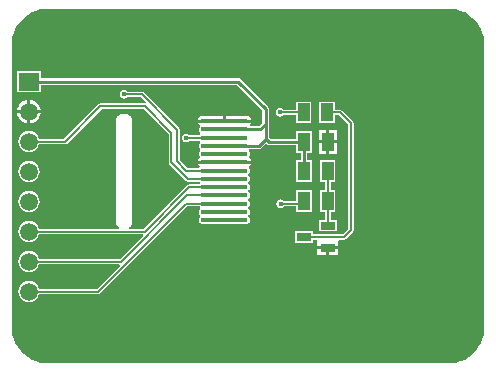
<source format=gbl>
G04*
G04 #@! TF.GenerationSoftware,Altium Limited,Altium Designer,20.0.13 (296)*
G04*
G04 Layer_Physical_Order=2*
G04 Layer_Color=16711680*
%FSLAX24Y24*%
%MOIN*%
G70*
G01*
G75*
%ADD11C,0.0100*%
%ADD15C,0.0060*%
%ADD16C,0.0591*%
%ADD17R,0.0669X0.0591*%
%ADD18C,0.0160*%
%ADD19O,0.1575X0.0157*%
%ADD20R,0.0394X0.0610*%
%ADD21R,0.0492X0.0276*%
G36*
X14798Y11791D02*
X14947Y11751D01*
X15090Y11691D01*
X15225Y11614D01*
X15347Y11520D01*
X15457Y11410D01*
X15551Y11288D01*
X15628Y11153D01*
X15688Y11010D01*
X15728Y10861D01*
X15748Y10707D01*
Y10630D01*
X15748D01*
Y1181D01*
Y1104D01*
X15728Y950D01*
X15688Y801D01*
X15628Y658D01*
X15551Y524D01*
X15457Y401D01*
X15347Y291D01*
X15225Y197D01*
X15090Y120D01*
X14947Y60D01*
X14798Y20D01*
X14644Y0D01*
X1104D01*
X950Y20D01*
X801Y60D01*
X658Y120D01*
X524Y197D01*
X401Y291D01*
X291Y401D01*
X197Y524D01*
X120Y658D01*
X60Y801D01*
X20Y950D01*
X0Y1104D01*
Y1181D01*
Y10630D01*
X-0Y10707D01*
X20Y10861D01*
X60Y11010D01*
X120Y11153D01*
X197Y11288D01*
X291Y11410D01*
X401Y11520D01*
X524Y11614D01*
X658Y11691D01*
X801Y11751D01*
X950Y11791D01*
X1104Y11811D01*
X14644D01*
X14798Y11791D01*
D02*
G37*
%LPC*%
G36*
X3740Y9099D02*
X3686Y9089D01*
X3639Y9058D01*
X3608Y9011D01*
X3597Y8957D01*
X3608Y8902D01*
X3639Y8856D01*
X3686Y8825D01*
X3740Y8814D01*
X3795Y8825D01*
X3841Y8856D01*
X3847Y8865D01*
X4293D01*
X4458Y8700D01*
X4433Y8654D01*
X4429Y8655D01*
X2953D01*
X2918Y8648D01*
X2888Y8628D01*
X1738Y7478D01*
X917D01*
X917Y7479D01*
X881Y7565D01*
X824Y7639D01*
X750Y7696D01*
X664Y7732D01*
X571Y7744D01*
X478Y7732D01*
X392Y7696D01*
X317Y7639D01*
X261Y7565D01*
X225Y7479D01*
X213Y7386D01*
X225Y7293D01*
X261Y7207D01*
X317Y7132D01*
X392Y7075D01*
X478Y7040D01*
X571Y7027D01*
X664Y7040D01*
X750Y7075D01*
X824Y7132D01*
X881Y7207D01*
X917Y7293D01*
X917Y7294D01*
X1776D01*
X1811Y7301D01*
X1840Y7321D01*
X2991Y8471D01*
X4391D01*
X5223Y7639D01*
Y6693D01*
X5230Y6658D01*
X5250Y6628D01*
X5801Y6077D01*
X5831Y6057D01*
X5866Y6050D01*
X6272D01*
X6278Y6042D01*
X6278Y5989D01*
X6246Y5958D01*
X5906D01*
X5871Y5951D01*
X5841Y5931D01*
X4387Y4478D01*
X3925D01*
X3920Y4491D01*
X3916Y4528D01*
X3954Y4553D01*
X3957Y4558D01*
X3964Y4561D01*
X3983Y4580D01*
X3983Y4580D01*
X4002Y4626D01*
X4002Y8169D01*
X3983Y8215D01*
X3964Y8235D01*
X3957Y8237D01*
X3954Y8243D01*
X3908Y8273D01*
X3902Y8274D01*
X3897Y8279D01*
X3846Y8300D01*
X3840D01*
X3834Y8304D01*
X3780Y8315D01*
X3774Y8313D01*
X3768Y8316D01*
X3713Y8316D01*
X3707Y8313D01*
X3700Y8315D01*
X3646Y8304D01*
X3641Y8300D01*
X3634D01*
X3583Y8279D01*
X3579Y8274D01*
X3572Y8273D01*
X3527Y8243D01*
X3523Y8237D01*
X3517Y8235D01*
X3497Y8215D01*
X3478Y8169D01*
X3478Y8169D01*
X3478Y4626D01*
X3497Y4580D01*
X3517Y4561D01*
X3523Y4558D01*
X3527Y4553D01*
X3564Y4528D01*
X3561Y4491D01*
X3556Y4478D01*
X917D01*
X917Y4479D01*
X881Y4565D01*
X824Y4639D01*
X750Y4696D01*
X664Y4732D01*
X571Y4744D01*
X478Y4732D01*
X392Y4696D01*
X317Y4639D01*
X261Y4565D01*
X225Y4479D01*
X213Y4386D01*
X225Y4293D01*
X261Y4207D01*
X317Y4132D01*
X392Y4076D01*
X478Y4040D01*
X571Y4027D01*
X664Y4040D01*
X750Y4076D01*
X824Y4132D01*
X881Y4207D01*
X917Y4293D01*
X917Y4294D01*
X4359D01*
X4380Y4244D01*
X3614Y3478D01*
X917D01*
X917Y3479D01*
X881Y3565D01*
X824Y3639D01*
X750Y3696D01*
X664Y3732D01*
X571Y3744D01*
X478Y3732D01*
X392Y3696D01*
X317Y3639D01*
X261Y3565D01*
X225Y3479D01*
X213Y3386D01*
X225Y3293D01*
X261Y3207D01*
X317Y3132D01*
X392Y3076D01*
X478Y3040D01*
X571Y3027D01*
X664Y3040D01*
X750Y3076D01*
X824Y3132D01*
X881Y3207D01*
X917Y3293D01*
X917Y3294D01*
X3586D01*
X3606Y3244D01*
X2840Y2478D01*
X917D01*
X917Y2479D01*
X881Y2565D01*
X824Y2639D01*
X750Y2696D01*
X664Y2732D01*
X571Y2744D01*
X478Y2732D01*
X392Y2696D01*
X317Y2639D01*
X261Y2565D01*
X225Y2479D01*
X213Y2386D01*
X225Y2293D01*
X261Y2207D01*
X317Y2132D01*
X392Y2075D01*
X478Y2040D01*
X571Y2027D01*
X664Y2040D01*
X750Y2075D01*
X824Y2132D01*
X881Y2207D01*
X917Y2293D01*
X917Y2294D01*
X2878D01*
X2913Y2301D01*
X2943Y2321D01*
X5845Y5223D01*
X6272D01*
X6278Y5215D01*
X6289Y5207D01*
Y5147D01*
X6278Y5139D01*
X6247Y5094D01*
X6236Y5039D01*
X6247Y4985D01*
X6278Y4939D01*
X6289Y4932D01*
Y4872D01*
X6278Y4864D01*
X6247Y4818D01*
X6236Y4764D01*
X6247Y4710D01*
X6278Y4664D01*
X6324Y4633D01*
X6378Y4622D01*
X7795D01*
X7849Y4633D01*
X7895Y4664D01*
X7926Y4710D01*
X7937Y4764D01*
X7926Y4818D01*
X7895Y4864D01*
X7884Y4872D01*
Y4932D01*
X7895Y4939D01*
X7926Y4985D01*
X7937Y5039D01*
X7926Y5094D01*
X7895Y5139D01*
X7884Y5147D01*
Y5207D01*
X7895Y5215D01*
X7926Y5261D01*
X7937Y5315D01*
X7926Y5369D01*
X7895Y5415D01*
X7884Y5423D01*
Y5483D01*
X7895Y5491D01*
X7926Y5536D01*
X7937Y5591D01*
X7926Y5645D01*
X7895Y5691D01*
X7884Y5698D01*
Y5758D01*
X7895Y5766D01*
X7926Y5812D01*
X7937Y5866D01*
X7926Y5920D01*
X7895Y5966D01*
X7884Y5974D01*
Y6034D01*
X7895Y6042D01*
X7926Y6088D01*
X7937Y6142D01*
X7926Y6196D01*
X7895Y6242D01*
X7884Y6249D01*
Y6310D01*
X7895Y6317D01*
X7926Y6363D01*
X7937Y6417D01*
X7926Y6471D01*
X7910Y6495D01*
X7916Y6559D01*
X7924Y6564D01*
X7964Y6623D01*
X7968Y6643D01*
X6206D01*
X6210Y6623D01*
X6249Y6564D01*
X6257Y6559D01*
X6241Y6509D01*
X5855D01*
X5604Y6760D01*
Y7776D01*
X5597Y7811D01*
X5577Y7840D01*
X4396Y9022D01*
X4366Y9041D01*
X4331Y9048D01*
X3847D01*
X3841Y9058D01*
X3795Y9089D01*
X3740Y9099D01*
D02*
G37*
G36*
X9981Y8721D02*
X9468D01*
Y8448D01*
X9044D01*
X9038Y8457D01*
X8992Y8488D01*
X8937Y8499D01*
X8882Y8488D01*
X8836Y8457D01*
X8805Y8411D01*
X8794Y8356D01*
X8805Y8302D01*
X8836Y8255D01*
X8882Y8224D01*
X8937Y8214D01*
X8992Y8224D01*
X9038Y8255D01*
X9044Y8265D01*
X9468D01*
Y7991D01*
X9981D01*
Y8721D01*
D02*
G37*
G36*
X621Y8778D02*
Y8436D01*
X963D01*
X956Y8489D01*
X916Y8585D01*
X853Y8668D01*
X770Y8731D01*
X674Y8771D01*
X621Y8778D01*
D02*
G37*
G36*
X521D02*
X468Y8771D01*
X372Y8731D01*
X289Y8668D01*
X226Y8585D01*
X186Y8489D01*
X179Y8436D01*
X521D01*
Y8778D01*
D02*
G37*
G36*
X7795Y8253D02*
X7137D01*
Y8121D01*
X7968D01*
X7964Y8141D01*
X7924Y8200D01*
X7865Y8239D01*
X7795Y8253D01*
D02*
G37*
G36*
X7037D02*
X6378D01*
X6308Y8239D01*
X6249Y8200D01*
X6210Y8141D01*
X6206Y8121D01*
X7037D01*
Y8253D01*
D02*
G37*
G36*
X521Y8336D02*
X179D01*
X186Y8283D01*
X226Y8186D01*
X289Y8104D01*
X372Y8041D01*
X468Y8001D01*
X521Y7994D01*
Y8336D01*
D02*
G37*
G36*
X963D02*
X621D01*
Y7994D01*
X674Y8001D01*
X770Y8041D01*
X853Y8104D01*
X916Y8186D01*
X956Y8283D01*
X963Y8336D01*
D02*
G37*
G36*
X966Y9741D02*
X176D01*
Y9031D01*
X966D01*
Y9274D01*
X7497D01*
X8352Y8418D01*
Y8019D01*
X8241Y7907D01*
X7957D01*
X7955Y7909D01*
X7934Y7957D01*
X7964Y8001D01*
X7968Y8021D01*
X6206D01*
X6210Y8001D01*
X6249Y7942D01*
X6257Y7937D01*
X6263Y7873D01*
X6247Y7849D01*
X6236Y7795D01*
X6247Y7741D01*
X6278Y7695D01*
X6285Y7690D01*
X6288Y7641D01*
X6250Y7602D01*
X5914D01*
X5908Y7611D01*
X5862Y7642D01*
X5807Y7653D01*
X5752Y7642D01*
X5706Y7611D01*
X5675Y7564D01*
X5664Y7510D01*
X5675Y7455D01*
X5706Y7409D01*
X5752Y7378D01*
X5807Y7367D01*
X5862Y7378D01*
X5908Y7409D01*
X5914Y7418D01*
X6280D01*
X6289Y7412D01*
Y7352D01*
X6278Y7344D01*
X6247Y7298D01*
X6236Y7244D01*
X6247Y7190D01*
X6278Y7144D01*
X6289Y7136D01*
Y7076D01*
X6278Y7069D01*
X6247Y7023D01*
X6236Y6969D01*
X6247Y6914D01*
X6263Y6891D01*
X6257Y6827D01*
X6249Y6822D01*
X6210Y6763D01*
X6206Y6743D01*
X7968D01*
X7964Y6763D01*
X7924Y6822D01*
X7916Y6827D01*
X7910Y6891D01*
X7926Y6914D01*
X7937Y6969D01*
X7926Y7023D01*
X7895Y7069D01*
X7908Y7118D01*
X7918Y7132D01*
X8228D01*
X8228Y7132D01*
X8271Y7140D01*
X8308Y7165D01*
X8445Y7302D01*
X8494Y7293D01*
X8530Y7268D01*
X8573Y7260D01*
X9487D01*
Y7007D01*
X9632D01*
Y6763D01*
X9487D01*
Y6033D01*
X10001D01*
Y6763D01*
X9856D01*
Y7007D01*
X10001D01*
Y7737D01*
X9487D01*
Y7484D01*
X8619D01*
X8577Y7527D01*
Y7972D01*
X8577Y7972D01*
X8577Y7972D01*
Y8465D01*
X8568Y8507D01*
X8544Y8544D01*
X8544Y8544D01*
X7623Y9465D01*
X7586Y9489D01*
X7543Y9498D01*
X7543Y9498D01*
X966D01*
Y9741D01*
D02*
G37*
G36*
X10828Y7777D02*
X10582D01*
Y7422D01*
X10828D01*
Y7777D01*
D02*
G37*
G36*
X10481D02*
X10235D01*
Y7422D01*
X10481D01*
Y7777D01*
D02*
G37*
G36*
X10828Y7322D02*
X10582D01*
Y6967D01*
X10828D01*
Y7322D01*
D02*
G37*
G36*
X10481D02*
X10235D01*
Y6967D01*
X10481D01*
Y7322D01*
D02*
G37*
G36*
X571Y6744D02*
X478Y6732D01*
X392Y6696D01*
X317Y6639D01*
X261Y6565D01*
X225Y6479D01*
X213Y6386D01*
X225Y6293D01*
X261Y6207D01*
X317Y6132D01*
X392Y6075D01*
X478Y6040D01*
X571Y6027D01*
X664Y6040D01*
X750Y6075D01*
X824Y6132D01*
X881Y6207D01*
X917Y6293D01*
X929Y6386D01*
X917Y6479D01*
X881Y6565D01*
X824Y6639D01*
X750Y6696D01*
X664Y6732D01*
X571Y6744D01*
D02*
G37*
G36*
X10001Y5779D02*
X9487D01*
Y5407D01*
X9064D01*
X9058Y5416D01*
X9011Y5447D01*
X8957Y5458D01*
X8902Y5447D01*
X8856Y5416D01*
X8825Y5370D01*
X8814Y5315D01*
X8825Y5260D01*
X8856Y5214D01*
X8902Y5183D01*
X8957Y5172D01*
X9011Y5183D01*
X9058Y5214D01*
X9064Y5223D01*
X9487D01*
Y5048D01*
X10001D01*
Y5779D01*
D02*
G37*
G36*
X571Y5744D02*
X478Y5732D01*
X392Y5696D01*
X317Y5639D01*
X261Y5565D01*
X225Y5479D01*
X213Y5386D01*
X225Y5293D01*
X261Y5207D01*
X317Y5132D01*
X392Y5076D01*
X478Y5040D01*
X571Y5027D01*
X664Y5040D01*
X750Y5076D01*
X824Y5132D01*
X881Y5207D01*
X917Y5293D01*
X929Y5386D01*
X917Y5479D01*
X881Y5565D01*
X824Y5639D01*
X750Y5696D01*
X664Y5732D01*
X571Y5744D01*
D02*
G37*
G36*
X10788Y6763D02*
X10275D01*
Y6033D01*
X10440D01*
Y5779D01*
X10275D01*
Y5048D01*
X10440D01*
Y4784D01*
X10225D01*
Y4389D01*
X10838D01*
Y4784D01*
X10623D01*
Y5048D01*
X10788D01*
Y5779D01*
X10623D01*
Y6033D01*
X10788D01*
Y6763D01*
D02*
G37*
G36*
X10769Y8721D02*
X10255D01*
Y7991D01*
X10769D01*
Y8265D01*
X10907D01*
X11207Y7964D01*
Y4467D01*
X11045Y4304D01*
X10050D01*
Y4410D01*
X9438D01*
Y4015D01*
X10050D01*
Y4121D01*
X10172D01*
X10185Y4076D01*
X10185Y4071D01*
Y3889D01*
X10878D01*
Y4071D01*
X10878Y4076D01*
X10891Y4121D01*
X11083D01*
X11118Y4128D01*
X11148Y4148D01*
X11364Y4364D01*
X11384Y4394D01*
X11391Y4429D01*
Y8002D01*
X11384Y8037D01*
X11364Y8067D01*
X11010Y8421D01*
X10980Y8441D01*
X10945Y8448D01*
X10769D01*
Y8721D01*
D02*
G37*
G36*
X10878Y3789D02*
X10581D01*
Y3601D01*
X10878D01*
Y3789D01*
D02*
G37*
G36*
X10481D02*
X10185D01*
Y3601D01*
X10481D01*
Y3789D01*
D02*
G37*
%LPD*%
D11*
X8465Y7972D02*
Y8465D01*
X7543Y9386D02*
X8465Y8465D01*
X8573Y7372D02*
X9744D01*
X8465Y7480D02*
X8573Y7372D01*
X9744Y6398D02*
Y7372D01*
X8228Y7244D02*
X8465Y7480D01*
Y7972D01*
X7087Y7244D02*
X8228D01*
X8287Y7795D02*
X8465Y7972D01*
X7087Y7795D02*
X8287D01*
X571Y9386D02*
X7543D01*
X571Y4386D02*
X724Y4232D01*
D15*
X5807Y7510D02*
X7077D01*
X7087Y7520D01*
X8937Y8356D02*
X9724D01*
X10512D02*
X10945D01*
X11299Y8002D01*
Y4429D02*
Y8002D01*
X9744Y4213D02*
X11083D01*
X11299Y4429D01*
X10531Y5413D02*
Y6398D01*
Y4587D02*
Y5413D01*
X8957Y5315D02*
X9646D01*
X9744Y5413D01*
X5817Y6417D02*
X7087D01*
X5512Y6722D02*
X5817Y6417D01*
X5512Y6722D02*
Y7776D01*
X4331Y8957D02*
X5512Y7776D01*
X5315Y6693D02*
Y7677D01*
X4429Y8563D02*
X5315Y7677D01*
Y6693D02*
X5866Y6142D01*
X3740Y8957D02*
X4331D01*
X2953Y8563D02*
X4429D01*
X5866Y6142D02*
X7087D01*
X1776Y7386D02*
X2953Y8563D01*
X571Y7386D02*
X1776D01*
X4425Y4386D02*
X5906Y5866D01*
X3652Y3386D02*
X5856Y5591D01*
X7087D01*
X571Y3386D02*
X3652D01*
X2878Y2386D02*
X5807Y5315D01*
X571Y4386D02*
X4425D01*
X5807Y5315D02*
X7087D01*
X571Y2386D02*
X2878D01*
X5906Y5866D02*
X7087D01*
D16*
X571Y2386D02*
D03*
Y3386D02*
D03*
Y4386D02*
D03*
Y5386D02*
D03*
Y6386D02*
D03*
Y7386D02*
D03*
Y8386D02*
D03*
D17*
Y9386D02*
D03*
D18*
X5807Y7510D02*
D03*
X8937Y8356D02*
D03*
X8957Y5315D02*
D03*
X3740Y8957D02*
D03*
D19*
X7087Y4764D02*
D03*
Y5039D02*
D03*
Y5315D02*
D03*
Y5591D02*
D03*
Y5866D02*
D03*
Y6142D02*
D03*
Y6417D02*
D03*
Y6693D02*
D03*
Y6969D02*
D03*
Y7244D02*
D03*
Y7520D02*
D03*
Y7795D02*
D03*
Y8071D02*
D03*
D20*
X9724Y8356D02*
D03*
X10512D02*
D03*
X10531Y6398D02*
D03*
X9744D02*
D03*
X10531Y5413D02*
D03*
X9744D02*
D03*
X9744Y7372D02*
D03*
X10532D02*
D03*
D21*
X9744Y4213D02*
D03*
X10531Y3839D02*
D03*
Y4587D02*
D03*
M02*

</source>
